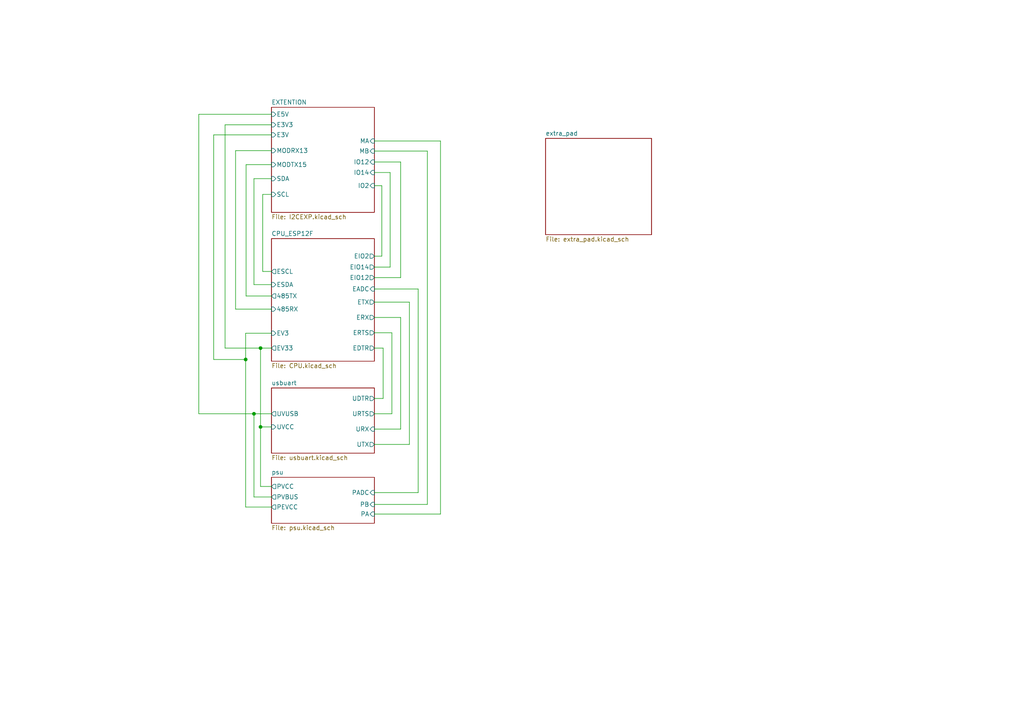
<source format=kicad_sch>
(kicad_sch (version 20211123) (generator eeschema)
  (paper "A4")
  (lib_symbols)
  (junction (at 71.247 104.267))
  (junction (at 75.565 100.965))
  (junction (at 75.565 123.825))
  (junction (at 73.66 120.015))
  (wire (pts (xy 78.74 82.55) (xy 73.66 82.55)))
  (wire (pts (xy 65.278 36.195) (xy 65.278 100.965)))
  (wire (pts (xy 108.585 87.63) (xy 118.745 87.63)))
  (wire (pts (xy 111.125 115.57) (xy 111.125 100.965)))
  (wire (pts (xy 75.565 141.097) (xy 78.74 141.097)))
  (wire (pts (xy 110.744 74.295) (xy 110.744 53.848)))
  (wire (pts (xy 108.585 46.99) (xy 116.205 46.99)))
  (wire (pts (xy 78.74 96.647) (xy 71.247 96.647)))
  (wire (pts (xy 78.74 89.662) (xy 68.326 89.662)))
  (wire (pts (xy 108.585 146.304) (xy 123.952 146.304)))
  (wire (pts (xy 113.665 120.015) (xy 108.585 120.015)))
  (wire (pts (xy 73.66 51.816) (xy 78.74 51.816)))
  (wire (pts (xy 71.247 96.647) (xy 71.247 104.267)))
  (wire (pts (xy 110.744 53.848) (xy 108.585 53.848)))
  (wire (pts (xy 65.278 36.195) (xy 78.74 36.195)))
  (wire (pts (xy 108.585 74.295) (xy 110.744 74.295)))
  (wire (pts (xy 57.658 120.015) (xy 73.66 120.015)))
  (wire (pts (xy 61.976 39.116) (xy 61.976 104.267)))
  (wire (pts (xy 113.665 96.52) (xy 113.665 120.015)))
  (wire (pts (xy 108.585 128.905) (xy 118.745 128.905)))
  (wire (pts (xy 75.565 123.825) (xy 78.74 123.825)))
  (wire (pts (xy 73.66 82.55) (xy 73.66 51.816)))
  (wire (pts (xy 113.157 50.038) (xy 113.157 77.47)))
  (wire (pts (xy 75.565 100.965) (xy 75.565 123.825)))
  (wire (pts (xy 78.74 120.015) (xy 73.66 120.015)))
  (wire (pts (xy 57.658 120.015) (xy 57.658 33.147)))
  (wire (pts (xy 61.976 104.267) (xy 71.247 104.267)))
  (wire (pts (xy 68.326 89.662) (xy 68.326 43.688)))
  (wire (pts (xy 121.285 83.82) (xy 121.285 142.875)))
  (wire (pts (xy 127.762 40.894) (xy 108.585 40.894)))
  (wire (pts (xy 76.2 56.388) (xy 78.74 56.388)))
  (wire (pts (xy 108.585 115.57) (xy 111.125 115.57)))
  (wire (pts (xy 111.125 100.965) (xy 108.585 100.965)))
  (wire (pts (xy 116.205 124.46) (xy 108.585 124.46)))
  (wire (pts (xy 108.585 43.815) (xy 123.952 43.815)))
  (wire (pts (xy 108.585 149.098) (xy 127.762 149.098)))
  (wire (pts (xy 116.205 46.99) (xy 116.205 80.518)))
  (wire (pts (xy 121.285 142.875) (xy 108.585 142.875)))
  (wire (pts (xy 116.205 92.075) (xy 116.205 124.46)))
  (wire (pts (xy 108.585 83.82) (xy 121.285 83.82)))
  (wire (pts (xy 123.952 43.815) (xy 123.952 146.304)))
  (wire (pts (xy 57.658 33.147) (xy 78.74 33.147)))
  (wire (pts (xy 75.565 141.097) (xy 75.565 123.825)))
  (wire (pts (xy 71.374 47.752) (xy 78.74 47.752)))
  (wire (pts (xy 76.2 78.74) (xy 76.2 56.388)))
  (wire (pts (xy 127.762 149.098) (xy 127.762 40.894)))
  (wire (pts (xy 65.278 100.965) (xy 75.565 100.965)))
  (wire (pts (xy 116.205 80.518) (xy 108.585 80.518)))
  (wire (pts (xy 68.326 43.688) (xy 78.74 43.688)))
  (wire (pts (xy 78.74 78.74) (xy 76.2 78.74)))
  (wire (pts (xy 73.66 144.145) (xy 78.74 144.145)))
  (wire (pts (xy 108.585 96.52) (xy 113.665 96.52)))
  (wire (pts (xy 73.66 120.015) (xy 73.66 144.145)))
  (wire (pts (xy 118.745 128.905) (xy 118.745 87.63)))
  (wire (pts (xy 113.157 50.038) (xy 108.585 50.038)))
  (wire (pts (xy 108.585 77.47) (xy 113.157 77.47)))
  (wire (pts (xy 75.565 100.965) (xy 78.74 100.965)))
  (wire (pts (xy 78.74 39.116) (xy 61.976 39.116)))
  (wire (pts (xy 71.247 104.267) (xy 71.247 147.066)))
  (wire (pts (xy 71.247 147.066) (xy 78.74 147.066)))
  (wire (pts (xy 71.374 85.852) (xy 71.374 47.752)))
  (wire (pts (xy 108.585 92.075) (xy 116.205 92.075)))
  (wire (pts (xy 78.74 85.852) (xy 71.374 85.852)))
  (sheet (at 158.242 40.132) (size 30.734 27.94) (stroke (width 0.1524))
    (property "Sheet name" "extra_pad" (at 158.242 39.4204 0) (effects (justify left bottom)))
    (property "Sheet file" "extra_pad.kicad_sch" (at 158.242 68.6566 0) (effects (justify left top)))
  )
  (sheet (at 78.74 31.115) (size 29.845 30.48) (stroke (width 0.1524))
    (property "Sheet name" "EXTENTION" (at 78.74 30.4034 0) (effects (justify left bottom)))
    (property "Sheet file" "I2CEXP.kicad_sch" (at 78.74 62.1796 0) (effects (justify left top)))
    (pin "E3V3" input (at 78.74 36.195 180))
    (pin "SCL" input (at 78.74 56.388 180))
    (pin "SDA" input (at 78.74 51.816 180))
    (pin "MODRX13" input (at 78.74 43.688 180))
    (pin "MODTX15" input (at 78.74 47.752 180))
    (pin "IO12" input (at 108.585 46.99 0))
    (pin "IO14" input (at 108.585 50.038 0))
    (pin "IO2" input (at 108.585 53.848 0))
    (pin "MB" input (at 108.585 43.815 0))
    (pin "MA" input (at 108.585 40.894 0))
    (pin "E3V" input (at 78.74 39.116 180))
    (pin "E5V" input (at 78.74 33.147 180))
  )
  (sheet (at 78.74 69.215) (size 29.845 35.56) (stroke (width 0.1524))
    (property "Sheet name" "CPU_ESP12F" (at 78.74 68.5034 0) (effects (justify left bottom)))
    (property "Sheet file" "CPU.kicad_sch" (at 78.74 105.3596 0) (effects (justify left top)))
    (pin "EDTR" output (at 108.585 100.965 0))
    (pin "ETX" output (at 108.585 87.63 0))
    (pin "ERX" output (at 108.585 92.075 0))
    (pin "ERTS" output (at 108.585 96.52 0))
    (pin "EV33" output (at 78.74 100.965 180))
    (pin "ESCL" output (at 78.74 78.74 180))
    (pin "ESDA" input (at 78.74 82.55 180))
    (pin "485TX" output (at 78.74 85.852 180))
    (pin "485RX" input (at 78.74 89.662 180))
    (pin "EADC" input (at 108.585 83.82 0))
    (pin "EIO12" output (at 108.585 80.518 0))
    (pin "EIO14" output (at 108.585 77.47 0))
    (pin "EIO2" output (at 108.585 74.295 0))
    (pin "EV3" input (at 78.74 96.647 180))
  )
  (sheet (at 78.74 138.43) (size 29.845 13.335) (stroke (width 0.1524))
    (property "Sheet name" "psu" (at 78.74 137.7184 0) (effects (justify left bottom)))
    (property "Sheet file" "psu.kicad_sch" (at 78.74 152.3496 0) (effects (justify left top)))
    (pin "PVCC" output (at 78.74 141.097 180))
    (pin "PEVCC" output (at 78.74 147.066 180))
    (pin "PADC" input (at 108.585 142.875 0))
    (pin "PVBUS" output (at 78.74 144.145 180))
    (pin "PB" input (at 108.585 146.304 0))
    (pin "PA" input (at 108.585 149.098 0))
  )
  (sheet (at 78.74 112.522) (size 29.845 18.923) (stroke (width 0.1524))
    (property "Sheet name" "usbuart" (at 78.74 111.8104 0) (effects (justify left bottom)))
    (property "Sheet file" "usbuart.kicad_sch" (at 78.74 132.0296 0) (effects (justify left top)))
    (pin "UDTR" output (at 108.585 115.57 0))
    (pin "URTS" output (at 108.585 120.015 0))
    (pin "URX" input (at 108.585 124.46 0))
    (pin "UTX" output (at 108.585 128.905 0))
    (pin "UVUSB" output (at 78.74 120.015 180))
    (pin "UVCC" input (at 78.74 123.825 180))
  )
)
</source>
